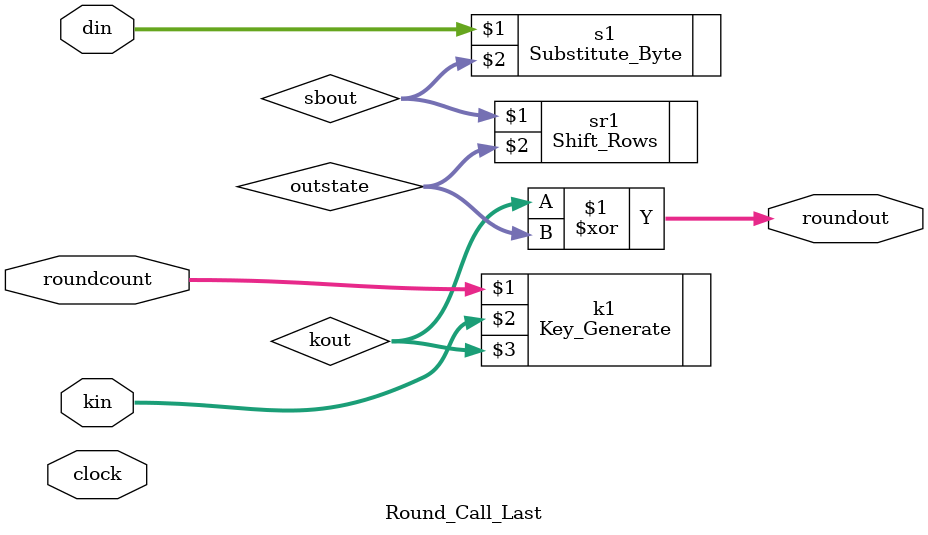
<source format=v>
`timescale 1ns / 1ps


module Round_Call_Last(input clock,input [127:0] din,input [3:0] roundcount,input [127:0] kin,output [127:0]roundout);

wire [127:0] sbout,outstate,kout;

Key_Generate k1(roundcount,kin,kout);

Substitute_Byte s1(din,sbout);

Shift_Rows sr1(sbout,outstate);

assign roundout=kout^outstate;
 
 
endmodule

</source>
